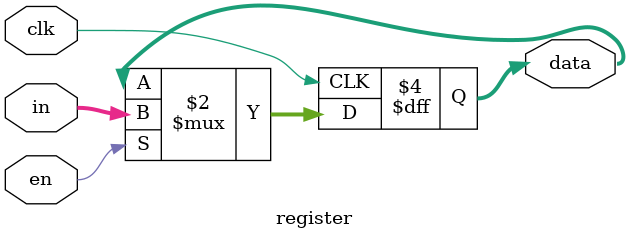
<source format=v>
module datapath #(parameter WIDTH = 16)
				(  input clk, reset, muxBin, muxPc, shiftOp,  
					input [1:0] muxExtImm, 
					input  instrRegEn, regFileEn, memDataRegEn, muxMemAdr, outRegEn,codesComputed,
					input [1:0] muxAin, muxToRegFile, muxShiftAmount, muxShiftShifter, muxOut, pcEn, 
					input [WIDTH-1:0] dataFromMem, pcLoad,
					input [4:0] aluOp,
					output wire [3:0] opCode, opCodeExt,
					output [WIDTH-1:0] dataToMem, adrToMem, conCodesOut);
					
wire [WIDTH-1:0] instrBus, dataToRegFile, immExtW, immExtFiveW, immExtSTW, memDataRegToMuxRegFileW, aW, bW;
wire [WIDTH-1:0]  destFromRegFW, srcFromRegFW, shiftAmountW, shiftShifterW, shiftedW;
wire [WIDTH-1:0]	aluOutW, toCodeCheckW, muxToOutRegW, outW, pcAddW, pcCountW;
wire [4:0] conCodesW;
wire [3:0] srcW, destW;
wire [7:0] immW;



register instrReg(dataFromMem, instrRegEn, clk, instrBus);

assign srcW = instrBus[3:0];
assign destW = instrBus[11:8];
assign immW = instrBus[7:0];

assign opCode = instrBus[15:12];
assign opCodeExt = instrBus[7:4];

// regfile will always write to whatever is in the dest instr or bits [11:8]
regfile regFile(clk, regFileEn, destW, srcW, destW, dataToRegFile, dataToMem, srcFromRegFW);
assign destFromRegFW = dataToMem; 	// needed for load and because reg type isnt assignable		

mux4 muxRegFile(memDataRegToMuxRegFileW,outW,pcCountW,16'b0,muxToRegFile, dataToRegFile); 

signExtender signExt(immW, immExtSTW);	

signExtender #(WIDTH,5) signExtForLSHI(immW[4:0], immExtFiveW);	// this is used in LSHI

mux4 muxExtendedImm(immExtSTW, immExtFiveW, {{8'd0},immW}, 0, muxExtImm, immExtW);

register memDataReg(dataFromMem, memDataRegEn, clk, memDataRegToMuxRegFileW);

mux4 muxAIn(pcCountW,destFromRegFW,16'd1,16'd0,muxAin,aW); 

mux2 muxBIn(srcFromRegFW,immExtW,muxBin, bW); 

mux4 muxShiftShift(destFromRegFW, immExtW, srcFromRegFW, immExtFiveW, muxShiftShifter, shiftShifterW);

mux4 muxShiftAm(srcFromRegFW, immExtW, 16'd8, 16'd0, muxShiftAmount, shiftAmountW);

shifter Shifter(shiftShifterW, shiftAmountW, shiftOp, shiftedW);

alu ALU(aW, bW, aluOp, toCodeCheckW[0], aluOutW, conCodesW); // carry comes from the condition of Carry from last instr 

register codesRegister({{WIDTH-5{1'b0}},conCodesW}, codesComputed, clk, toCodeCheckW ); // extends the 5 bit output

condCheck conditionCheck(toCodeCheckW, destW, conCodesOut );	// destW is in the same spot as the conditions are

mux4 outMux(shiftedW, aluOutW, conCodesOut, 16'd0, muxOut, muxToOutRegW);

register OutReg(muxToOutRegW,outRegEn,clk,outW);

mux2 toPC(16'd1, outW, muxPc, pcAddW);

pc progcount(clk, reset, pcEn, pcAddW, pcLoad, pcCountW );

mux2 muxToMemory(pcCountW, srcFromRegFW, muxMemAdr, adrToMem );

endmodule


module pc #(parameter WIDTH = 16)
	(input clk, reset,
	input [1:0] en, // if 11 adds toAdd, if 01 loads pcload, if 10 loads toAdd, if 00 doesn't load anything
	input [WIDTH-1:0] toAdd, pcLoad,
	output reg [WIDTH-1:0] count);
	
	reg [1:0] littleCount;
	
	always @(posedge clk) begin
		if (reset) begin
			count <= 0;
		end
		case (en)
			2'b00: ;// nothing
			2'b01: count <= pcLoad;
			2'b10: count <= toAdd;
			2'b11: count <= count + toAdd;
		endcase
	
	end
	
endmodule



module shifter #(parameter WIDTH = 16) // TO DO: test when arith needs to be enables
			(input [WIDTH-1:0]shiftNum, shiftAmm,
			 input arith,
			 output reg [WIDTH-1:0]shifted);
	
			 
	reg signext;
	
	always @(*) begin
		if (arith) begin 		// arithmetic
			shifted = shiftNum <<< shiftAmm;	
		end
		else begin		 		// logical
			shifted = shiftNum << shiftAmm;
		end
	end
	
			 
				
endmodule




module mux2 #( parameter WIDTH = 16)
		(input [WIDTH - 1: 0] d0, d1,
		input op,
		output reg [WIDTH - 1: 0] out);
	always @(*) begin
		out = op ? d1 : d0;
	end
endmodule


module mux4 #(parameter WIDTH = 16)
             (input      [WIDTH-1:0] d0, d1, d2, d3,
              input      [1:0]       s, 
              output reg [WIDTH-1:0] y);

   always @(*)
      case(s)
         2'b00: y <= d0;
         2'b01: y <= d1;
         2'b10: y <= d2;
         2'b11: y <= d3;
      endcase
endmodule



module signExtender #(parameter WIDTH = 16, VALIDBITS = 8)
					( input [VALIDBITS-1:0] in,
					  output reg [WIDTH-1: 0] out);
	always @(*) begin
		out = {{(WIDTH - VALIDBITS){in[VALIDBITS - 1]}},in};
	end
		
endmodule


module condCheck #( parameter WIDTH = 16)
			( input [WIDTH-1:0] codes,
			input [3:0] condition,
			output reg [WIDTH-1:0] result);
	// codes[4] = negative,  codes[3] = zero,  codes[2] = flag
	// codes[1] = lower,     codes[0] = carry
	
	always @(*)
	begin
		case(condition)
			4'b0000:begin  // EQ:  equal
				result = codes[3] ? 16'd1 : 16'd0;
			end
			4'b0001:begin	// NE:  not equal
				result = codes[3] ? 16'd0 : 16'd1;
			end
			4'b1101:begin	// GE:  greater than or equal
				if (codes[4] | codes[3]) begin
					result = 16'd1;
				end
				else begin
					result = 16'd0;
				end
			end
			4'b0010:begin	// CS:  carry set
				result = codes[0] ? 16'd1 : 16'd0;
			end
			4'b0011:begin	// CC:  carry clear
				result = codes[0] ? 16'd0 : 16'd1;
			end
			4'b0100:begin	// HI:  higher than
				result = codes[1] ? 16'd1 : 16'd0;
			end
			4'b0101:begin	// LS:  lower than or same as
				result = codes[1] ? 16'd0 : 16'd1;
			end
			4'b1010:begin	// LO:  lower than
				if (~codes[1] & ~codes[3]) begin
					result = 16'd1;
				end
				else begin
					result = 16'd0;
				end
			end
			4'b1011:begin	// HS:  higher than or same as
				if (codes[1] | codes[3]) begin
					result = 16'd1;
				end
				else begin
					result = 16'd0;
				end
			end
			4'b0110:begin	// GT:  greater than
				result = codes[4] ? 16'd1 : 16'd0;
			end
			4'b0111:begin	// LE:  less than or equal
				result = codes[4] ? 16'd0 : 16'd1;
			end
			4'b1000:begin	// FS:  flag set
				result = codes[2] ? 16'd1 : 16'd0;
			end
			4'b1001:begin	// FC:  flag clear
				result = codes[2] ? 16'd0 : 16'd1;
			end
			4'b1100:begin	// LT:  less than
				if (~codes[4] & ~codes[3]) begin
					result = 16'd1;
				end
				else begin
					result = 16'd0;
				end
			end
			4'b1110:begin	// UC:  unconditonal
				result = 16'd1;
			end
			4'b1111:begin	// Never Jump
				result = 16'd0;
			end
			default:begin	
				result = 16'd0;
			end
		endcase
	end
endmodule

module register #(parameter WIDTH = 16)
			(input [WIDTH-1:0] in,
			 input en, clk,
			 output reg [WIDTH-1:0] data);

	always@( posedge clk) begin
		if (en) begin
			data <= in;
		end
	end

endmodule




</source>
